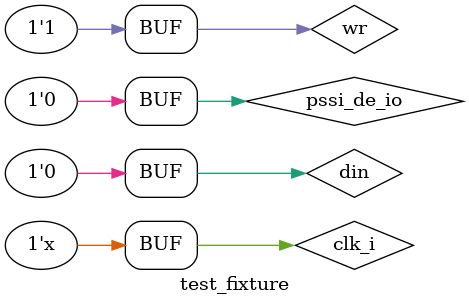
<source format=v>
`timescale 1ns / 1ps


module test_fixture;

	// Inputs
	reg clk_i;

	// Outputs
	wire pssi_clk_o;
	wire [31:0] fpga_data_o;

	// Bidirs
	wire pssi_de_io;
	wire [7:0] pssi_data_io ;
	
	reg wr = 1;
	reg din = 1;
	reg [7:0] datain = 8'd0;
	integer state = 0;

	// Instantiate the Unit Under Test (UUT)
	stm32h7_pssi_8bus_32bits uut (
		.pssi_clk_o(pssi_clk_o), 
		.pssi_de_io(pssi_de_io), 
		.pssi_data_io(pssi_data_io), 
		.clk_i(clk_i), 
		.fpga_data_o(fpga_data_o)
	);
	
   assign pssi_de_io = (wr==1) ? din : 1'bz;
	assign pssi_data_io[7:0] = (wr==1) ? datain[7:0] : 8'dz;
	
	initial begin
		// Initialize Inputs
		clk_i = 1;
		 wr = 1;


		// Wait 100 ns for global reset to finish
		#10 din = 1;
		#10 din = 0;
		#80 din = 1;
		#10 din = 0;
		// Add stimulus here

	end
	
	always begin
	#5 clk_i  <= ~clk_i;
	end
	
	always @(posedge pssi_clk_o) begin
	if(!din)begin
	case(state)
	  0: datain[7:0] <= 8'h1A;
	  1: datain[7:0] <= 8'h2B;
	  2: datain[7:0] <= 8'h3C;
	  3: datain[7:0] <= 8'h4D;
	  endcase
	  state <= state + 1;

	end
	end

		
endmodule


</source>
